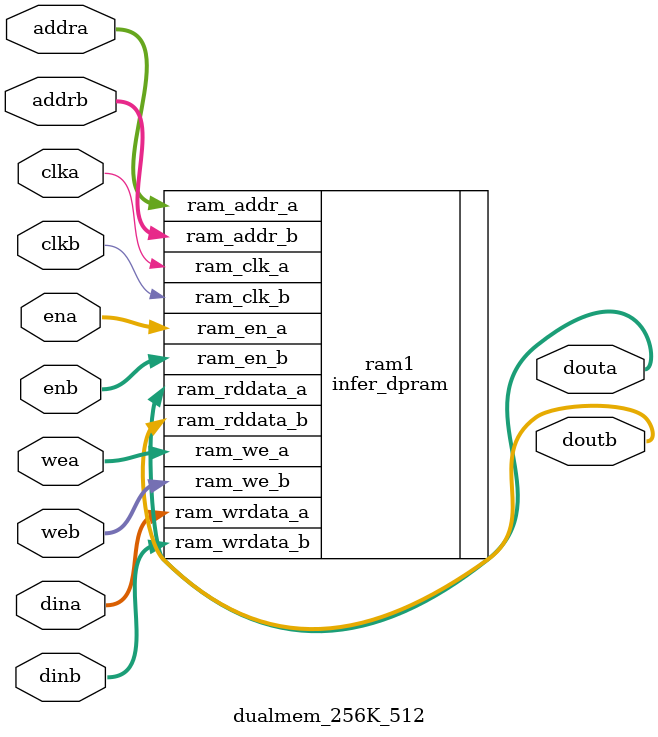
<source format=sv>

module dualmem_256K_512(clka, clkb, dina, dinb, addra, addrb, wea, web, douta, doutb, ena, enb);

   input wire clka, clkb;
   input [511:0] dina;
   input [511:0] dinb;
   input [10:0] addra;
   input [10:0] addrb;
   input [7:0]        wea;
   input [7:0]        web;
   input [7:0]        ena, enb;
   output [63:0]      douta;
   output [63:0]      doutb;

   genvar r;

`ifdef FPGA
   
   generate for (r = 0; r < 16; r=r+1)
     RAMB16_S36_S36
     RAMB16_S36_S36_inst
       (
        .CLKA   ( clka                     ),     // Port A Clock
        .DOA    ( douta[r*32 +: 32]        ),     // Port A 1-bit Data Output
        .DOPA   (                          ),
        .ADDRA  ( addra                    ),     // Port A 14-bit Address Input
        .DIA    ( dina[r*32 +: 32]         ),     // Port A 1-bit Data Input
        .DIPA   ( 1'b0                     ),
        .ENA    ( ena[r]                   ),     // Port A RAM Enable Input
        .SSRA   ( 1'b0                     ),     // Port A Synchronous Set/Reset Input
        .WEA    ( wea[r]                   ),     // Port A Write Enable Input
        .CLKB   ( clkb                     ),     // Port B Clock
        .DOB    ( doutb[r*32 +: 32]        ),     // Port B 1-bit Data Output
        .DOPB   (                          ),
        .ADDRB  ( addrb                    ),     // Port B 14-bit Address Input
        .DIB    ( dinb[r*32 +: 32]         ),     // Port B 1-bit Data Input
        .DIPB   ( 1'b0                     ),
        .ENB    ( enb[r]                   ),     // Port B RAM Enable Input
        .SSRB   ( 1'b0                     ),     // Port B Synchronous Set/Reset Input
        .WEB    ( web[r]                   )      // Port B Write Enable Input
        );
   endgenerate

`else // !`ifdef FPGA

infer_dpram #(.RAM_SIZE(11), .BYTE_WIDTH(64)) ram1 // RAM_SIZE is in words
(
.ram_clk_a(clka),
.ram_en_a(ena),
.ram_we_a(wea),
.ram_addr_a(addra),
.ram_wrdata_a(dina),
.ram_rddata_a(douta),
.ram_clk_b(clkb),
.ram_en_b(enb),
.ram_we_b(web),
.ram_addr_b(addrb),
.ram_wrdata_b(dinb),
.ram_rddata_b(doutb)
 );
   
`endif
   
endmodule // dualmem

</source>
